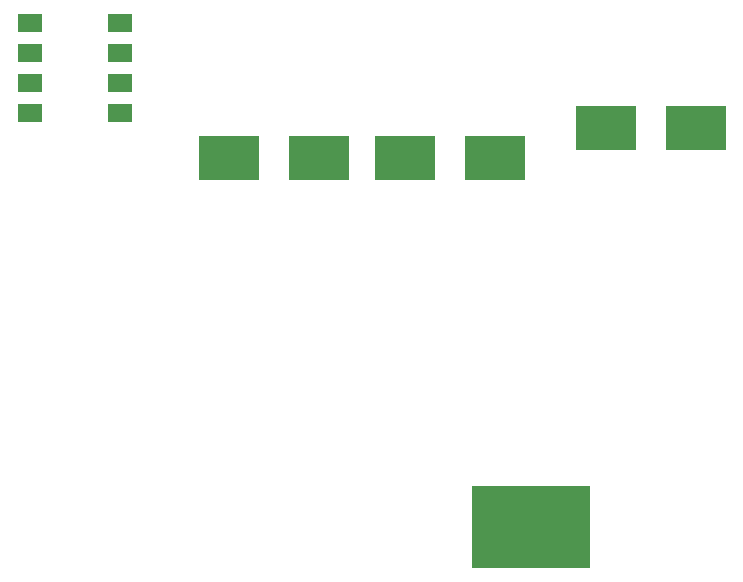
<source format=gbr>
G04 #@! TF.FileFunction,Paste,Top*
%FSLAX46Y46*%
G04 Gerber Fmt 4.6, Leading zero omitted, Abs format (unit mm)*
G04 Created by KiCad (PCBNEW 4.0.7) date 03/04/18 13:02:16*
%MOMM*%
%LPD*%
G01*
G04 APERTURE LIST*
%ADD10C,0.100000*%
%ADD11R,10.000000X7.000000*%
%ADD12R,2.032000X1.524000*%
%ADD13R,5.080000X3.810000*%
G04 APERTURE END LIST*
D10*
D11*
X175895000Y-96670000D03*
D12*
X133477000Y-53975000D03*
X133477000Y-56515000D03*
X133477000Y-59055000D03*
X133477000Y-61595000D03*
X141097000Y-61595000D03*
X141097000Y-59055000D03*
X141097000Y-56515000D03*
X141097000Y-53975000D03*
D13*
X189865000Y-62865000D03*
X182245000Y-62865000D03*
X172847000Y-65405000D03*
X165227000Y-65405000D03*
X157988000Y-65405000D03*
X150368000Y-65405000D03*
M02*

</source>
